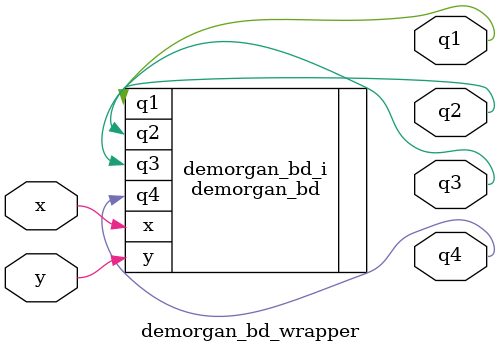
<source format=v>
`timescale 1 ps / 1 ps

module demorgan_bd_wrapper
   (q1,
    q2,
    q3,
    q4,
    x,
    y);
  output [0:0]q1;
  output [0:0]q2;
  output [0:0]q3;
  output [0:0]q4;
  input x;
  input y;

  wire [0:0]q1;
  wire [0:0]q2;
  wire [0:0]q3;
  wire [0:0]q4;
  wire x;
  wire y;

  demorgan_bd demorgan_bd_i
       (.q1(q1),
        .q2(q2),
        .q3(q3),
        .q4(q4),
        .x(x),
        .y(y));
endmodule

</source>
